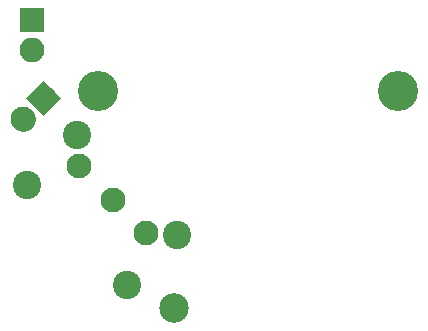
<source format=gbr>
G04 #@! TF.GenerationSoftware,KiCad,Pcbnew,no-vcs-found-33e0758~58~ubuntu16.04.1*
G04 #@! TF.CreationDate,2018-05-09T13:31:26+02:00*
G04 #@! TF.ProjectId,dropbuzzer,64726F7062757A7A65722E6B69636164,rev?*
G04 #@! TF.FileFunction,Soldermask,Bot*
G04 #@! TF.FilePolarity,Negative*
%FSLAX46Y46*%
G04 Gerber Fmt 4.6, Leading zero omitted, Abs format (unit mm)*
G04 Created by KiCad (PCBNEW no-vcs-found-33e0758~58~ubuntu16.04.1) date Wed May  9 13:31:26 2018*
%MOMM*%
%LPD*%
G01*
G04 APERTURE LIST*
%ADD10C,0.100000*%
%ADD11C,2.500000*%
%ADD12O,2.100000X2.100000*%
%ADD13R,2.100000X2.100000*%
%ADD14C,3.399740*%
%ADD15C,2.100000*%
%ADD16C,2.100000*%
%ADD17C,2.400000*%
G04 APERTURE END LIST*
D10*
D11*
X113000000Y-100400000D03*
D12*
X101000000Y-78540000D03*
D13*
X101000000Y-76000000D03*
D14*
X106575721Y-81957960D03*
X131975721Y-81957960D03*
D15*
X100203949Y-84396051D03*
D16*
X100203949Y-84396051D02*
X100203949Y-84396051D01*
D15*
X102000000Y-82600000D03*
D10*
G36*
X100515076Y-82600000D02*
X102000000Y-81115076D01*
X103484924Y-82600000D01*
X102000000Y-84084924D01*
X100515076Y-82600000D01*
X100515076Y-82600000D01*
G37*
D15*
X110656854Y-94028427D03*
X107828427Y-91200000D03*
X105000000Y-88371573D03*
D17*
X100580583Y-89962563D03*
X109065864Y-98447845D03*
X113308505Y-94205204D03*
X104823223Y-85719923D03*
M02*

</source>
